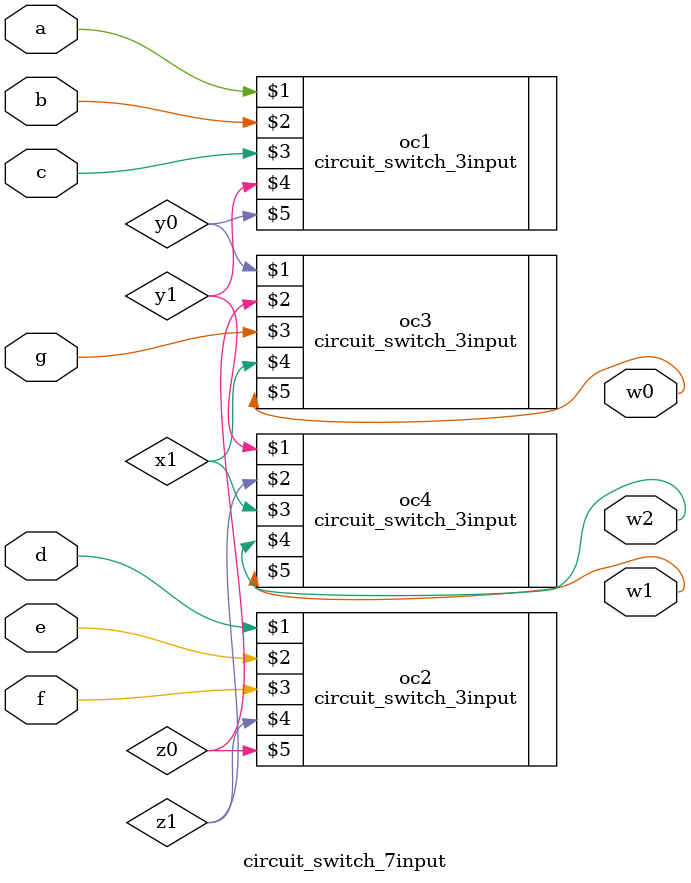
<source format=v>
 `timescale 1ns/1ns
module circuit_switch_7input(input a, b, c, d, e, f, g, output w2, w1, w0);
	wire y1, y0, z1, z0, x1;
	circuit_switch_3input oc1(a, b, c, y1, y0);
	circuit_switch_3input oc2(d, e, f, z1, z0);
	circuit_switch_3input oc3(y0, z0, g, x1, w0);
	circuit_switch_3input oc4(y1, z1, x1, w2, w1);
endmodule

</source>
